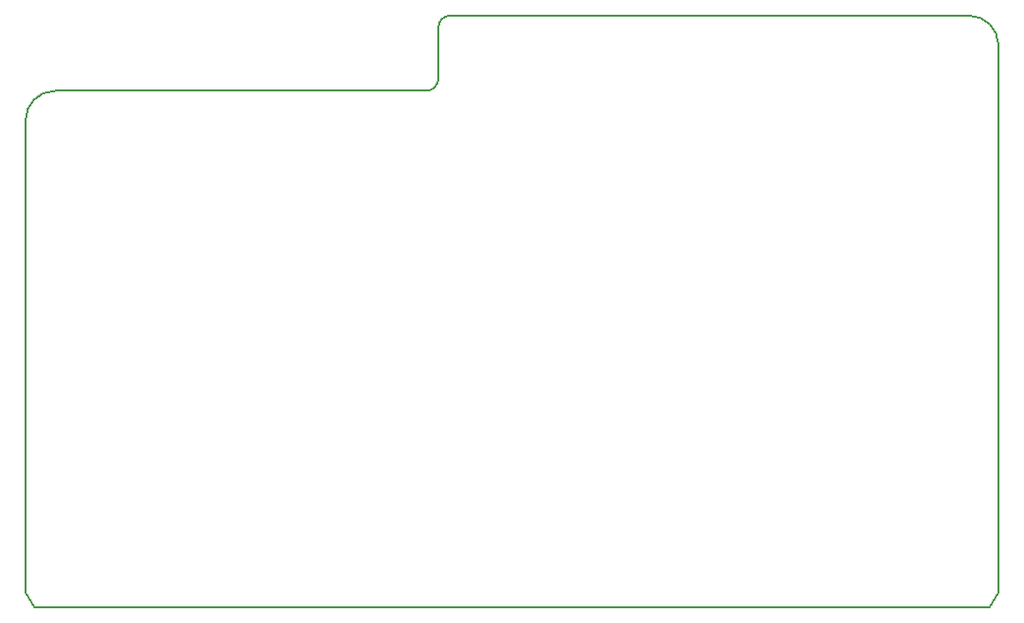
<source format=gbr>
G04 #@! TF.GenerationSoftware,KiCad,Pcbnew,5.1.10*
G04 #@! TF.CreationDate,2021-10-31T11:36:16+01:00*
G04 #@! TF.ProjectId,mega-wifi,6d656761-2d77-4696-9669-2e6b69636164,A1*
G04 #@! TF.SameCoordinates,Original*
G04 #@! TF.FileFunction,Profile,NP*
%FSLAX46Y46*%
G04 Gerber Fmt 4.6, Leading zero omitted, Abs format (unit mm)*
G04 Created by KiCad (PCBNEW 5.1.10) date 2021-10-31 11:36:16*
%MOMM*%
%LPD*%
G01*
G04 APERTURE LIST*
G04 #@! TA.AperFunction,Profile*
%ADD10C,0.200000*%
G04 #@! TD*
G04 APERTURE END LIST*
D10*
X140741400Y-80010000D02*
G75*
G03*
X139700000Y-81051400I0J-1041400D01*
G01*
X138658600Y-86487000D02*
G75*
G03*
X139700000Y-85445600I0J1041400D01*
G01*
X106680000Y-86487000D02*
G75*
G03*
X104140000Y-89027000I0J-2540000D01*
G01*
X139700000Y-85445600D02*
X139700000Y-81051400D01*
X106680000Y-86487000D02*
X138658600Y-86487000D01*
X187960000Y-82550000D02*
G75*
G03*
X185420000Y-80010000I-2540000J0D01*
G01*
X187960000Y-129692400D02*
X187198000Y-130962400D01*
X104902000Y-130962400D02*
X104140000Y-129692400D01*
X104140000Y-89027000D02*
X104140000Y-129692400D01*
X185420000Y-80010000D02*
X140741400Y-80010000D01*
X187960000Y-129692400D02*
X187960000Y-82550000D01*
X104902000Y-130962400D02*
X187198000Y-130962400D01*
M02*

</source>
